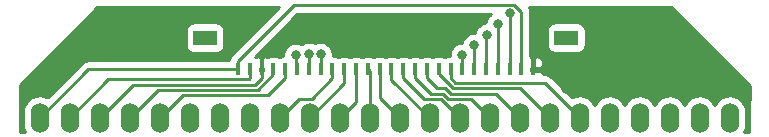
<source format=gbl>
G04 #@! TF.GenerationSoftware,KiCad,Pcbnew,(5.1.10)-1*
G04 #@! TF.CreationDate,2021-10-24T19:11:05-07:00*
G04 #@! TF.ProjectId,Atari130MX-adapter,41746172-6931-4333-904d-582d61646170,rev?*
G04 #@! TF.SameCoordinates,Original*
G04 #@! TF.FileFunction,Copper,L2,Bot*
G04 #@! TF.FilePolarity,Positive*
%FSLAX46Y46*%
G04 Gerber Fmt 4.6, Leading zero omitted, Abs format (unit mm)*
G04 Created by KiCad (PCBNEW (5.1.10)-1) date 2021-10-24 19:11:05*
%MOMM*%
%LPD*%
G01*
G04 APERTURE LIST*
G04 #@! TA.AperFunction,ComponentPad*
%ADD10O,1.524000X2.540000*%
G04 #@! TD*
G04 #@! TA.AperFunction,SMDPad,CuDef*
%ADD11R,0.400000X1.000000*%
G04 #@! TD*
G04 #@! TA.AperFunction,SMDPad,CuDef*
%ADD12R,2.000000X1.300000*%
G04 #@! TD*
G04 #@! TA.AperFunction,ViaPad*
%ADD13C,0.800000*%
G04 #@! TD*
G04 #@! TA.AperFunction,Conductor*
%ADD14C,0.250000*%
G04 #@! TD*
G04 #@! TA.AperFunction,Conductor*
%ADD15C,0.254000*%
G04 #@! TD*
G04 #@! TA.AperFunction,Conductor*
%ADD16C,0.100000*%
G04 #@! TD*
G04 APERTURE END LIST*
D10*
X159324040Y-63014860D03*
X156784040Y-63014860D03*
X154244040Y-63014860D03*
X151704040Y-63014860D03*
X149164040Y-63014860D03*
X146624040Y-63014860D03*
X144084040Y-63014860D03*
X141544040Y-63014860D03*
X139004040Y-63014860D03*
X136464040Y-63014860D03*
X133924040Y-63014860D03*
X131384040Y-63014860D03*
X128844040Y-63014860D03*
X126304040Y-63014860D03*
X123764040Y-63014860D03*
X121224040Y-63014860D03*
X118684040Y-63014860D03*
X116144040Y-63014860D03*
X113604040Y-63014860D03*
X111064040Y-63014860D03*
X108524040Y-63014860D03*
X105984040Y-63014860D03*
X103444040Y-63014860D03*
X100904040Y-63014860D03*
D11*
X142687700Y-58910000D03*
X141687700Y-58910000D03*
X140687700Y-58910000D03*
X139687700Y-58910000D03*
X138687700Y-58910000D03*
X137687700Y-58910000D03*
X136687700Y-58910000D03*
X135687700Y-58910000D03*
X134687700Y-58910000D03*
X133687700Y-58910000D03*
X132687700Y-58910000D03*
X131687700Y-58910000D03*
X130687700Y-58910000D03*
X129687700Y-58910000D03*
X128687700Y-58910000D03*
X127687700Y-58910000D03*
X126687700Y-58910000D03*
X125687700Y-58910000D03*
X124687700Y-58910000D03*
X123687700Y-58910000D03*
X122687700Y-58910000D03*
X121687700Y-58910000D03*
X120687700Y-58910000D03*
X119687700Y-58910000D03*
X118687700Y-58910000D03*
X117687700Y-58910000D03*
D12*
X145487700Y-56210000D03*
X114887700Y-56210000D03*
D13*
X140730000Y-54170000D03*
X139670000Y-55080000D03*
X138750000Y-56000000D03*
X137690000Y-56860000D03*
X136670000Y-57670000D03*
X124680003Y-57620000D03*
X123680000Y-57620000D03*
X122570000Y-57670000D03*
X145440000Y-60590000D03*
X107200000Y-56560000D03*
X159280000Y-60370000D03*
D14*
X140687700Y-58910000D02*
X140687700Y-54212300D01*
X140687700Y-54212300D02*
X140730000Y-54170000D01*
X139687700Y-58910000D02*
X139687700Y-55097700D01*
X139687700Y-55097700D02*
X139670000Y-55080000D01*
X138687700Y-58910000D02*
X138687700Y-56062300D01*
X138687700Y-56062300D02*
X138750000Y-56000000D01*
X137687700Y-58910000D02*
X137687700Y-56862300D01*
X137687700Y-56862300D02*
X137690000Y-56860000D01*
X136687700Y-58910000D02*
X136687700Y-57687700D01*
X136687700Y-57687700D02*
X136670000Y-57670000D01*
X143679000Y-60069820D02*
X136097520Y-60069820D01*
X135687700Y-59660000D02*
X135687700Y-58910000D01*
X136097520Y-60069820D02*
X135687700Y-59660000D01*
X146624040Y-63014860D02*
X143679000Y-60069820D01*
X135878240Y-60519830D02*
X134687700Y-59329290D01*
X141589010Y-60519830D02*
X135878240Y-60519830D01*
X144084040Y-63014860D02*
X141589010Y-60519830D01*
X134687700Y-59329290D02*
X134687700Y-58910000D01*
X133687700Y-59660000D02*
X133687700Y-58910000D01*
X139499020Y-60969840D02*
X135691840Y-60969840D01*
X135241830Y-60519830D02*
X134547530Y-60519830D01*
X134547530Y-60519830D02*
X133687700Y-59660000D01*
X135691840Y-60969840D02*
X135241830Y-60519830D01*
X141544040Y-63014860D02*
X139499020Y-60969840D01*
X135055430Y-60969840D02*
X133997540Y-60969840D01*
X137409030Y-61419850D02*
X135505440Y-61419850D01*
X135505440Y-61419850D02*
X135055430Y-60969840D01*
X133997540Y-60969840D02*
X132687700Y-59660000D01*
X132687700Y-59660000D02*
X132687700Y-58910000D01*
X139004040Y-63014860D02*
X137409030Y-61419850D01*
X134869030Y-61419850D02*
X133447550Y-61419850D01*
X133447550Y-61419850D02*
X131687700Y-59660000D01*
X136464040Y-63014860D02*
X134869030Y-61419850D01*
X131687700Y-59660000D02*
X131687700Y-58910000D01*
X133924040Y-63014860D02*
X130687700Y-59778520D01*
X130687700Y-59778520D02*
X130687700Y-58910000D01*
X129687700Y-61318520D02*
X129687700Y-58910000D01*
X131384040Y-63014860D02*
X129687700Y-61318520D01*
X128844040Y-63014860D02*
X128844040Y-59066340D01*
X128844040Y-59066340D02*
X128687700Y-58910000D01*
X126304040Y-63014860D02*
X127687700Y-61631200D01*
X127687700Y-61631200D02*
X127687700Y-58910000D01*
X126687700Y-60091200D02*
X126687700Y-58910000D01*
X123764040Y-63014860D02*
X126687700Y-60091200D01*
X122819050Y-61419850D02*
X123927850Y-61419850D01*
X125687700Y-59660000D02*
X125687700Y-58910000D01*
X121224040Y-63014860D02*
X122819050Y-61419850D01*
X123927850Y-61419850D02*
X125687700Y-59660000D01*
X124680003Y-57620000D02*
X124680003Y-58902303D01*
X124680003Y-58902303D02*
X124687700Y-58910000D01*
X123680000Y-58902300D02*
X123687700Y-58910000D01*
X123680000Y-57620000D02*
X123680000Y-58902300D01*
X122570000Y-58792300D02*
X122687700Y-58910000D01*
X122570000Y-57670000D02*
X122570000Y-58792300D01*
X120262669Y-61085031D02*
X112993869Y-61085031D01*
X121687700Y-58910000D02*
X121687700Y-59660000D01*
X121687700Y-59660000D02*
X120262669Y-61085031D01*
X112993869Y-61085031D02*
X111064040Y-63014860D01*
X119349089Y-60635021D02*
X110903879Y-60635021D01*
X110903879Y-60635021D02*
X108524040Y-63014860D01*
X120687700Y-58910000D02*
X120687700Y-59296410D01*
X120687700Y-59296410D02*
X119349089Y-60635021D01*
X106723899Y-59735001D02*
X103444040Y-63014860D01*
X118687700Y-58910000D02*
X118687700Y-59660000D01*
X118687700Y-59660000D02*
X118612699Y-59735001D01*
X118612699Y-59735001D02*
X106723899Y-59735001D01*
X117687700Y-58910000D02*
X105008900Y-58910000D01*
X105008900Y-58910000D02*
X100904040Y-63014860D01*
X141687700Y-58910000D02*
X141687700Y-54054698D01*
X117687700Y-58160000D02*
X117687700Y-58910000D01*
X141687700Y-54054698D02*
X141078001Y-53444999D01*
X141078001Y-53444999D02*
X122402701Y-53444999D01*
X122402701Y-53444999D02*
X117687700Y-58160000D01*
X119687700Y-59660000D02*
X119162689Y-60185011D01*
X119162689Y-60185011D02*
X108813889Y-60185011D01*
X119687700Y-58910000D02*
X119687700Y-59660000D01*
X108813889Y-60185011D02*
X105984040Y-63014860D01*
D15*
X117176703Y-57596196D02*
X117147699Y-57619999D01*
X117106665Y-57670000D01*
X117052726Y-57735724D01*
X117008222Y-57818985D01*
X116982154Y-57867754D01*
X116938697Y-58011015D01*
X116929154Y-58107907D01*
X116906654Y-58150000D01*
X105046225Y-58150000D01*
X105008900Y-58146324D01*
X104971575Y-58150000D01*
X104971567Y-58150000D01*
X104859914Y-58160997D01*
X104716653Y-58204454D01*
X104584624Y-58275026D01*
X104468899Y-58369999D01*
X104445101Y-58398997D01*
X101566948Y-61277151D01*
X101441234Y-61209956D01*
X101177899Y-61130074D01*
X100904040Y-61103101D01*
X100630180Y-61130074D01*
X100366845Y-61209956D01*
X100124153Y-61339677D01*
X99911432Y-61514253D01*
X99736857Y-61726974D01*
X99607136Y-61969666D01*
X99527254Y-62233001D01*
X99507040Y-62438236D01*
X99507040Y-63591485D01*
X99527254Y-63796720D01*
X99607136Y-64060055D01*
X99695226Y-64224860D01*
X99259040Y-64224860D01*
X99259040Y-61710725D01*
X99248983Y-61608616D01*
X99223548Y-61524769D01*
X99220611Y-60212769D01*
X103873380Y-55560000D01*
X113249628Y-55560000D01*
X113249628Y-56860000D01*
X113261888Y-56984482D01*
X113298198Y-57104180D01*
X113357163Y-57214494D01*
X113436515Y-57311185D01*
X113533206Y-57390537D01*
X113643520Y-57449502D01*
X113763218Y-57485812D01*
X113887700Y-57498072D01*
X115887700Y-57498072D01*
X116012182Y-57485812D01*
X116131880Y-57449502D01*
X116242194Y-57390537D01*
X116338885Y-57311185D01*
X116418237Y-57214494D01*
X116477202Y-57104180D01*
X116513512Y-56984482D01*
X116525772Y-56860000D01*
X116525772Y-55560000D01*
X116513512Y-55435518D01*
X116477202Y-55315820D01*
X116418237Y-55205506D01*
X116338885Y-55108815D01*
X116242194Y-55029463D01*
X116131880Y-54970498D01*
X116012182Y-54934188D01*
X115887700Y-54921928D01*
X113887700Y-54921928D01*
X113763218Y-54934188D01*
X113643520Y-54970498D01*
X113533206Y-55029463D01*
X113436515Y-55108815D01*
X113357163Y-55205506D01*
X113298198Y-55315820D01*
X113261888Y-55435518D01*
X113249628Y-55560000D01*
X103873380Y-55560000D01*
X105793381Y-53640000D01*
X121132898Y-53640000D01*
X117176703Y-57596196D01*
G04 #@! TA.AperFunction,Conductor*
D16*
G36*
X117176703Y-57596196D02*
G01*
X117147699Y-57619999D01*
X117106665Y-57670000D01*
X117052726Y-57735724D01*
X117008222Y-57818985D01*
X116982154Y-57867754D01*
X116938697Y-58011015D01*
X116929154Y-58107907D01*
X116906654Y-58150000D01*
X105046225Y-58150000D01*
X105008900Y-58146324D01*
X104971575Y-58150000D01*
X104971567Y-58150000D01*
X104859914Y-58160997D01*
X104716653Y-58204454D01*
X104584624Y-58275026D01*
X104468899Y-58369999D01*
X104445101Y-58398997D01*
X101566948Y-61277151D01*
X101441234Y-61209956D01*
X101177899Y-61130074D01*
X100904040Y-61103101D01*
X100630180Y-61130074D01*
X100366845Y-61209956D01*
X100124153Y-61339677D01*
X99911432Y-61514253D01*
X99736857Y-61726974D01*
X99607136Y-61969666D01*
X99527254Y-62233001D01*
X99507040Y-62438236D01*
X99507040Y-63591485D01*
X99527254Y-63796720D01*
X99607136Y-64060055D01*
X99695226Y-64224860D01*
X99259040Y-64224860D01*
X99259040Y-61710725D01*
X99248983Y-61608616D01*
X99223548Y-61524769D01*
X99220611Y-60212769D01*
X103873380Y-55560000D01*
X113249628Y-55560000D01*
X113249628Y-56860000D01*
X113261888Y-56984482D01*
X113298198Y-57104180D01*
X113357163Y-57214494D01*
X113436515Y-57311185D01*
X113533206Y-57390537D01*
X113643520Y-57449502D01*
X113763218Y-57485812D01*
X113887700Y-57498072D01*
X115887700Y-57498072D01*
X116012182Y-57485812D01*
X116131880Y-57449502D01*
X116242194Y-57390537D01*
X116338885Y-57311185D01*
X116418237Y-57214494D01*
X116477202Y-57104180D01*
X116513512Y-56984482D01*
X116525772Y-56860000D01*
X116525772Y-55560000D01*
X116513512Y-55435518D01*
X116477202Y-55315820D01*
X116418237Y-55205506D01*
X116338885Y-55108815D01*
X116242194Y-55029463D01*
X116131880Y-54970498D01*
X116012182Y-54934188D01*
X115887700Y-54921928D01*
X113887700Y-54921928D01*
X113763218Y-54934188D01*
X113643520Y-54970498D01*
X113533206Y-55029463D01*
X113436515Y-55108815D01*
X113357163Y-55205506D01*
X113298198Y-55315820D01*
X113261888Y-55435518D01*
X113249628Y-55560000D01*
X103873380Y-55560000D01*
X105793381Y-53640000D01*
X121132898Y-53640000D01*
X117176703Y-57596196D01*
G37*
G04 #@! TD.AperFunction*
D15*
X161000648Y-60314029D02*
X161003525Y-61528092D01*
X160979098Y-61608616D01*
X160969041Y-61710725D01*
X160969040Y-64224860D01*
X160532854Y-64224860D01*
X160620944Y-64060055D01*
X160700826Y-63796720D01*
X160721040Y-63591485D01*
X160721040Y-62438235D01*
X160700826Y-62233000D01*
X160620944Y-61969665D01*
X160491223Y-61726973D01*
X160316647Y-61514252D01*
X160103926Y-61339677D01*
X159861234Y-61209956D01*
X159597899Y-61130074D01*
X159324040Y-61103101D01*
X159050180Y-61130074D01*
X158786845Y-61209956D01*
X158544153Y-61339677D01*
X158331432Y-61514253D01*
X158156857Y-61726974D01*
X158054040Y-61919331D01*
X157951223Y-61726973D01*
X157776647Y-61514252D01*
X157563926Y-61339677D01*
X157321234Y-61209956D01*
X157057899Y-61130074D01*
X156784040Y-61103101D01*
X156510180Y-61130074D01*
X156246845Y-61209956D01*
X156004153Y-61339677D01*
X155791432Y-61514253D01*
X155616857Y-61726974D01*
X155514040Y-61919331D01*
X155411223Y-61726973D01*
X155236647Y-61514252D01*
X155023926Y-61339677D01*
X154781234Y-61209956D01*
X154517899Y-61130074D01*
X154244040Y-61103101D01*
X153970180Y-61130074D01*
X153706845Y-61209956D01*
X153464153Y-61339677D01*
X153251432Y-61514253D01*
X153076857Y-61726974D01*
X152974040Y-61919331D01*
X152871223Y-61726973D01*
X152696647Y-61514252D01*
X152483926Y-61339677D01*
X152241234Y-61209956D01*
X151977899Y-61130074D01*
X151704040Y-61103101D01*
X151430180Y-61130074D01*
X151166845Y-61209956D01*
X150924153Y-61339677D01*
X150711432Y-61514253D01*
X150536857Y-61726974D01*
X150434040Y-61919331D01*
X150331223Y-61726973D01*
X150156647Y-61514252D01*
X149943926Y-61339677D01*
X149701234Y-61209956D01*
X149437899Y-61130074D01*
X149164040Y-61103101D01*
X148890180Y-61130074D01*
X148626845Y-61209956D01*
X148384153Y-61339677D01*
X148171432Y-61514253D01*
X147996857Y-61726974D01*
X147894040Y-61919331D01*
X147791223Y-61726973D01*
X147616647Y-61514252D01*
X147403926Y-61339677D01*
X147161234Y-61209956D01*
X146897899Y-61130074D01*
X146624040Y-61103101D01*
X146350180Y-61130074D01*
X146086845Y-61209956D01*
X145961132Y-61277151D01*
X144242804Y-59558823D01*
X144219001Y-59529819D01*
X144103276Y-59434846D01*
X143971247Y-59364274D01*
X143827986Y-59320817D01*
X143716333Y-59309820D01*
X143716322Y-59309820D01*
X143679000Y-59306144D01*
X143641678Y-59309820D01*
X143524368Y-59309820D01*
X143522700Y-59195750D01*
X143363950Y-59037000D01*
X142760700Y-59037000D01*
X142760700Y-59057000D01*
X142614700Y-59057000D01*
X142614700Y-59037000D01*
X142540700Y-59037000D01*
X142540700Y-58783000D01*
X142614700Y-58783000D01*
X142614700Y-57933750D01*
X142760700Y-57933750D01*
X142760700Y-58783000D01*
X143363950Y-58783000D01*
X143522700Y-58624250D01*
X143525652Y-58422388D01*
X143515811Y-58297692D01*
X143481831Y-58177312D01*
X143425020Y-58065874D01*
X143347560Y-57967660D01*
X143252428Y-57886445D01*
X143143279Y-57825350D01*
X143024309Y-57786723D01*
X142919450Y-57775000D01*
X142760700Y-57933750D01*
X142614700Y-57933750D01*
X142455950Y-57775000D01*
X142447700Y-57775922D01*
X142447700Y-55560000D01*
X143849628Y-55560000D01*
X143849628Y-56860000D01*
X143861888Y-56984482D01*
X143898198Y-57104180D01*
X143957163Y-57214494D01*
X144036515Y-57311185D01*
X144133206Y-57390537D01*
X144243520Y-57449502D01*
X144363218Y-57485812D01*
X144487700Y-57498072D01*
X146487700Y-57498072D01*
X146612182Y-57485812D01*
X146731880Y-57449502D01*
X146842194Y-57390537D01*
X146938885Y-57311185D01*
X147018237Y-57214494D01*
X147077202Y-57104180D01*
X147113512Y-56984482D01*
X147125772Y-56860000D01*
X147125772Y-55560000D01*
X147113512Y-55435518D01*
X147077202Y-55315820D01*
X147018237Y-55205506D01*
X146938885Y-55108815D01*
X146842194Y-55029463D01*
X146731880Y-54970498D01*
X146612182Y-54934188D01*
X146487700Y-54921928D01*
X144487700Y-54921928D01*
X144363218Y-54934188D01*
X144243520Y-54970498D01*
X144133206Y-55029463D01*
X144036515Y-55108815D01*
X143957163Y-55205506D01*
X143898198Y-55315820D01*
X143861888Y-55435518D01*
X143849628Y-55560000D01*
X142447700Y-55560000D01*
X142447700Y-54092031D01*
X142451377Y-54054698D01*
X142436703Y-53905712D01*
X142393246Y-53762451D01*
X142327794Y-53640000D01*
X154326620Y-53640000D01*
X161000648Y-60314029D01*
G04 #@! TA.AperFunction,Conductor*
D16*
G36*
X161000648Y-60314029D02*
G01*
X161003525Y-61528092D01*
X160979098Y-61608616D01*
X160969041Y-61710725D01*
X160969040Y-64224860D01*
X160532854Y-64224860D01*
X160620944Y-64060055D01*
X160700826Y-63796720D01*
X160721040Y-63591485D01*
X160721040Y-62438235D01*
X160700826Y-62233000D01*
X160620944Y-61969665D01*
X160491223Y-61726973D01*
X160316647Y-61514252D01*
X160103926Y-61339677D01*
X159861234Y-61209956D01*
X159597899Y-61130074D01*
X159324040Y-61103101D01*
X159050180Y-61130074D01*
X158786845Y-61209956D01*
X158544153Y-61339677D01*
X158331432Y-61514253D01*
X158156857Y-61726974D01*
X158054040Y-61919331D01*
X157951223Y-61726973D01*
X157776647Y-61514252D01*
X157563926Y-61339677D01*
X157321234Y-61209956D01*
X157057899Y-61130074D01*
X156784040Y-61103101D01*
X156510180Y-61130074D01*
X156246845Y-61209956D01*
X156004153Y-61339677D01*
X155791432Y-61514253D01*
X155616857Y-61726974D01*
X155514040Y-61919331D01*
X155411223Y-61726973D01*
X155236647Y-61514252D01*
X155023926Y-61339677D01*
X154781234Y-61209956D01*
X154517899Y-61130074D01*
X154244040Y-61103101D01*
X153970180Y-61130074D01*
X153706845Y-61209956D01*
X153464153Y-61339677D01*
X153251432Y-61514253D01*
X153076857Y-61726974D01*
X152974040Y-61919331D01*
X152871223Y-61726973D01*
X152696647Y-61514252D01*
X152483926Y-61339677D01*
X152241234Y-61209956D01*
X151977899Y-61130074D01*
X151704040Y-61103101D01*
X151430180Y-61130074D01*
X151166845Y-61209956D01*
X150924153Y-61339677D01*
X150711432Y-61514253D01*
X150536857Y-61726974D01*
X150434040Y-61919331D01*
X150331223Y-61726973D01*
X150156647Y-61514252D01*
X149943926Y-61339677D01*
X149701234Y-61209956D01*
X149437899Y-61130074D01*
X149164040Y-61103101D01*
X148890180Y-61130074D01*
X148626845Y-61209956D01*
X148384153Y-61339677D01*
X148171432Y-61514253D01*
X147996857Y-61726974D01*
X147894040Y-61919331D01*
X147791223Y-61726973D01*
X147616647Y-61514252D01*
X147403926Y-61339677D01*
X147161234Y-61209956D01*
X146897899Y-61130074D01*
X146624040Y-61103101D01*
X146350180Y-61130074D01*
X146086845Y-61209956D01*
X145961132Y-61277151D01*
X144242804Y-59558823D01*
X144219001Y-59529819D01*
X144103276Y-59434846D01*
X143971247Y-59364274D01*
X143827986Y-59320817D01*
X143716333Y-59309820D01*
X143716322Y-59309820D01*
X143679000Y-59306144D01*
X143641678Y-59309820D01*
X143524368Y-59309820D01*
X143522700Y-59195750D01*
X143363950Y-59037000D01*
X142760700Y-59037000D01*
X142760700Y-59057000D01*
X142614700Y-59057000D01*
X142614700Y-59037000D01*
X142540700Y-59037000D01*
X142540700Y-58783000D01*
X142614700Y-58783000D01*
X142614700Y-57933750D01*
X142760700Y-57933750D01*
X142760700Y-58783000D01*
X143363950Y-58783000D01*
X143522700Y-58624250D01*
X143525652Y-58422388D01*
X143515811Y-58297692D01*
X143481831Y-58177312D01*
X143425020Y-58065874D01*
X143347560Y-57967660D01*
X143252428Y-57886445D01*
X143143279Y-57825350D01*
X143024309Y-57786723D01*
X142919450Y-57775000D01*
X142760700Y-57933750D01*
X142614700Y-57933750D01*
X142455950Y-57775000D01*
X142447700Y-57775922D01*
X142447700Y-55560000D01*
X143849628Y-55560000D01*
X143849628Y-56860000D01*
X143861888Y-56984482D01*
X143898198Y-57104180D01*
X143957163Y-57214494D01*
X144036515Y-57311185D01*
X144133206Y-57390537D01*
X144243520Y-57449502D01*
X144363218Y-57485812D01*
X144487700Y-57498072D01*
X146487700Y-57498072D01*
X146612182Y-57485812D01*
X146731880Y-57449502D01*
X146842194Y-57390537D01*
X146938885Y-57311185D01*
X147018237Y-57214494D01*
X147077202Y-57104180D01*
X147113512Y-56984482D01*
X147125772Y-56860000D01*
X147125772Y-55560000D01*
X147113512Y-55435518D01*
X147077202Y-55315820D01*
X147018237Y-55205506D01*
X146938885Y-55108815D01*
X146842194Y-55029463D01*
X146731880Y-54970498D01*
X146612182Y-54934188D01*
X146487700Y-54921928D01*
X144487700Y-54921928D01*
X144363218Y-54934188D01*
X144243520Y-54970498D01*
X144133206Y-55029463D01*
X144036515Y-55108815D01*
X143957163Y-55205506D01*
X143898198Y-55315820D01*
X143861888Y-55435518D01*
X143849628Y-55560000D01*
X142447700Y-55560000D01*
X142447700Y-54092031D01*
X142451377Y-54054698D01*
X142436703Y-53905712D01*
X142393246Y-53762451D01*
X142327794Y-53640000D01*
X154326620Y-53640000D01*
X161000648Y-60314029D01*
G37*
G04 #@! TD.AperFunction*
D15*
X106111040Y-62887860D02*
X106131040Y-62887860D01*
X106131040Y-63141860D01*
X106111040Y-63141860D01*
X106111040Y-63161860D01*
X105857040Y-63161860D01*
X105857040Y-63141860D01*
X105837040Y-63141860D01*
X105837040Y-62887860D01*
X105857040Y-62887860D01*
X105857040Y-62867860D01*
X106111040Y-62867860D01*
X106111040Y-62887860D01*
G04 #@! TA.AperFunction,Conductor*
D16*
G36*
X106111040Y-62887860D02*
G01*
X106131040Y-62887860D01*
X106131040Y-63141860D01*
X106111040Y-63141860D01*
X106111040Y-63161860D01*
X105857040Y-63161860D01*
X105857040Y-63141860D01*
X105837040Y-63141860D01*
X105837040Y-62887860D01*
X105857040Y-62887860D01*
X105857040Y-62867860D01*
X106111040Y-62867860D01*
X106111040Y-62887860D01*
G37*
G04 #@! TD.AperFunction*
D15*
X139010226Y-54276063D02*
X138866063Y-54420226D01*
X138752795Y-54589744D01*
X138674774Y-54778102D01*
X138637167Y-54967167D01*
X138448102Y-55004774D01*
X138259744Y-55082795D01*
X138090226Y-55196063D01*
X137946063Y-55340226D01*
X137832795Y-55509744D01*
X137754774Y-55698102D01*
X137729533Y-55825000D01*
X137588061Y-55825000D01*
X137388102Y-55864774D01*
X137199744Y-55942795D01*
X137030226Y-56056063D01*
X136886063Y-56200226D01*
X136772795Y-56369744D01*
X136694774Y-56558102D01*
X136679478Y-56635000D01*
X136568061Y-56635000D01*
X136368102Y-56674774D01*
X136179744Y-56752795D01*
X136010226Y-56866063D01*
X135866063Y-57010226D01*
X135752795Y-57179744D01*
X135674774Y-57368102D01*
X135635000Y-57568061D01*
X135635000Y-57771928D01*
X135487700Y-57771928D01*
X135363218Y-57784188D01*
X135243520Y-57820498D01*
X135187700Y-57850335D01*
X135131880Y-57820498D01*
X135012182Y-57784188D01*
X134887700Y-57771928D01*
X134487700Y-57771928D01*
X134363218Y-57784188D01*
X134243520Y-57820498D01*
X134187700Y-57850335D01*
X134131880Y-57820498D01*
X134012182Y-57784188D01*
X133887700Y-57771928D01*
X133487700Y-57771928D01*
X133363218Y-57784188D01*
X133243520Y-57820498D01*
X133187700Y-57850335D01*
X133131880Y-57820498D01*
X133012182Y-57784188D01*
X132887700Y-57771928D01*
X132487700Y-57771928D01*
X132363218Y-57784188D01*
X132243520Y-57820498D01*
X132187700Y-57850335D01*
X132131880Y-57820498D01*
X132012182Y-57784188D01*
X131887700Y-57771928D01*
X131487700Y-57771928D01*
X131363218Y-57784188D01*
X131243520Y-57820498D01*
X131187700Y-57850335D01*
X131131880Y-57820498D01*
X131012182Y-57784188D01*
X130887700Y-57771928D01*
X130487700Y-57771928D01*
X130363218Y-57784188D01*
X130243520Y-57820498D01*
X130187700Y-57850335D01*
X130131880Y-57820498D01*
X130012182Y-57784188D01*
X129887700Y-57771928D01*
X129487700Y-57771928D01*
X129363218Y-57784188D01*
X129243520Y-57820498D01*
X129187700Y-57850335D01*
X129131880Y-57820498D01*
X129012182Y-57784188D01*
X128887700Y-57771928D01*
X128487700Y-57771928D01*
X128363218Y-57784188D01*
X128243520Y-57820498D01*
X128187700Y-57850335D01*
X128131880Y-57820498D01*
X128012182Y-57784188D01*
X127887700Y-57771928D01*
X127487700Y-57771928D01*
X127363218Y-57784188D01*
X127243520Y-57820498D01*
X127187700Y-57850335D01*
X127131880Y-57820498D01*
X127012182Y-57784188D01*
X126887700Y-57771928D01*
X126487700Y-57771928D01*
X126363218Y-57784188D01*
X126243520Y-57820498D01*
X126187700Y-57850335D01*
X126131880Y-57820498D01*
X126012182Y-57784188D01*
X125887700Y-57771928D01*
X125705060Y-57771928D01*
X125715003Y-57721939D01*
X125715003Y-57518061D01*
X125675229Y-57318102D01*
X125597208Y-57129744D01*
X125483940Y-56960226D01*
X125339777Y-56816063D01*
X125170259Y-56702795D01*
X124981901Y-56624774D01*
X124781942Y-56585000D01*
X124578064Y-56585000D01*
X124378105Y-56624774D01*
X124189747Y-56702795D01*
X124180002Y-56709307D01*
X124170256Y-56702795D01*
X123981898Y-56624774D01*
X123781939Y-56585000D01*
X123578061Y-56585000D01*
X123378102Y-56624774D01*
X123189744Y-56702795D01*
X123087585Y-56771055D01*
X123060256Y-56752795D01*
X122871898Y-56674774D01*
X122671939Y-56635000D01*
X122468061Y-56635000D01*
X122268102Y-56674774D01*
X122079744Y-56752795D01*
X121910226Y-56866063D01*
X121766063Y-57010226D01*
X121652795Y-57179744D01*
X121574774Y-57368102D01*
X121535000Y-57568061D01*
X121535000Y-57771928D01*
X121487700Y-57771928D01*
X121363218Y-57784188D01*
X121243520Y-57820498D01*
X121187700Y-57850335D01*
X121131880Y-57820498D01*
X121012182Y-57784188D01*
X120887700Y-57771928D01*
X120487700Y-57771928D01*
X120363218Y-57784188D01*
X120243520Y-57820498D01*
X120187810Y-57850276D01*
X120143279Y-57825350D01*
X120024309Y-57786723D01*
X119919450Y-57775000D01*
X119760700Y-57933750D01*
X119760700Y-58783000D01*
X119834700Y-58783000D01*
X119834700Y-59037000D01*
X119760700Y-59037000D01*
X119760700Y-59057000D01*
X119614700Y-59057000D01*
X119614700Y-59037000D01*
X119540700Y-59037000D01*
X119540700Y-58783000D01*
X119614700Y-58783000D01*
X119614700Y-57933750D01*
X119455950Y-57775000D01*
X119351091Y-57786723D01*
X119232121Y-57825350D01*
X119187590Y-57850276D01*
X119131880Y-57820498D01*
X119108957Y-57813544D01*
X122717503Y-54204999D01*
X139116581Y-54204999D01*
X139010226Y-54276063D01*
G04 #@! TA.AperFunction,Conductor*
D16*
G36*
X139010226Y-54276063D02*
G01*
X138866063Y-54420226D01*
X138752795Y-54589744D01*
X138674774Y-54778102D01*
X138637167Y-54967167D01*
X138448102Y-55004774D01*
X138259744Y-55082795D01*
X138090226Y-55196063D01*
X137946063Y-55340226D01*
X137832795Y-55509744D01*
X137754774Y-55698102D01*
X137729533Y-55825000D01*
X137588061Y-55825000D01*
X137388102Y-55864774D01*
X137199744Y-55942795D01*
X137030226Y-56056063D01*
X136886063Y-56200226D01*
X136772795Y-56369744D01*
X136694774Y-56558102D01*
X136679478Y-56635000D01*
X136568061Y-56635000D01*
X136368102Y-56674774D01*
X136179744Y-56752795D01*
X136010226Y-56866063D01*
X135866063Y-57010226D01*
X135752795Y-57179744D01*
X135674774Y-57368102D01*
X135635000Y-57568061D01*
X135635000Y-57771928D01*
X135487700Y-57771928D01*
X135363218Y-57784188D01*
X135243520Y-57820498D01*
X135187700Y-57850335D01*
X135131880Y-57820498D01*
X135012182Y-57784188D01*
X134887700Y-57771928D01*
X134487700Y-57771928D01*
X134363218Y-57784188D01*
X134243520Y-57820498D01*
X134187700Y-57850335D01*
X134131880Y-57820498D01*
X134012182Y-57784188D01*
X133887700Y-57771928D01*
X133487700Y-57771928D01*
X133363218Y-57784188D01*
X133243520Y-57820498D01*
X133187700Y-57850335D01*
X133131880Y-57820498D01*
X133012182Y-57784188D01*
X132887700Y-57771928D01*
X132487700Y-57771928D01*
X132363218Y-57784188D01*
X132243520Y-57820498D01*
X132187700Y-57850335D01*
X132131880Y-57820498D01*
X132012182Y-57784188D01*
X131887700Y-57771928D01*
X131487700Y-57771928D01*
X131363218Y-57784188D01*
X131243520Y-57820498D01*
X131187700Y-57850335D01*
X131131880Y-57820498D01*
X131012182Y-57784188D01*
X130887700Y-57771928D01*
X130487700Y-57771928D01*
X130363218Y-57784188D01*
X130243520Y-57820498D01*
X130187700Y-57850335D01*
X130131880Y-57820498D01*
X130012182Y-57784188D01*
X129887700Y-57771928D01*
X129487700Y-57771928D01*
X129363218Y-57784188D01*
X129243520Y-57820498D01*
X129187700Y-57850335D01*
X129131880Y-57820498D01*
X129012182Y-57784188D01*
X128887700Y-57771928D01*
X128487700Y-57771928D01*
X128363218Y-57784188D01*
X128243520Y-57820498D01*
X128187700Y-57850335D01*
X128131880Y-57820498D01*
X128012182Y-57784188D01*
X127887700Y-57771928D01*
X127487700Y-57771928D01*
X127363218Y-57784188D01*
X127243520Y-57820498D01*
X127187700Y-57850335D01*
X127131880Y-57820498D01*
X127012182Y-57784188D01*
X126887700Y-57771928D01*
X126487700Y-57771928D01*
X126363218Y-57784188D01*
X126243520Y-57820498D01*
X126187700Y-57850335D01*
X126131880Y-57820498D01*
X126012182Y-57784188D01*
X125887700Y-57771928D01*
X125705060Y-57771928D01*
X125715003Y-57721939D01*
X125715003Y-57518061D01*
X125675229Y-57318102D01*
X125597208Y-57129744D01*
X125483940Y-56960226D01*
X125339777Y-56816063D01*
X125170259Y-56702795D01*
X124981901Y-56624774D01*
X124781942Y-56585000D01*
X124578064Y-56585000D01*
X124378105Y-56624774D01*
X124189747Y-56702795D01*
X124180002Y-56709307D01*
X124170256Y-56702795D01*
X123981898Y-56624774D01*
X123781939Y-56585000D01*
X123578061Y-56585000D01*
X123378102Y-56624774D01*
X123189744Y-56702795D01*
X123087585Y-56771055D01*
X123060256Y-56752795D01*
X122871898Y-56674774D01*
X122671939Y-56635000D01*
X122468061Y-56635000D01*
X122268102Y-56674774D01*
X122079744Y-56752795D01*
X121910226Y-56866063D01*
X121766063Y-57010226D01*
X121652795Y-57179744D01*
X121574774Y-57368102D01*
X121535000Y-57568061D01*
X121535000Y-57771928D01*
X121487700Y-57771928D01*
X121363218Y-57784188D01*
X121243520Y-57820498D01*
X121187700Y-57850335D01*
X121131880Y-57820498D01*
X121012182Y-57784188D01*
X120887700Y-57771928D01*
X120487700Y-57771928D01*
X120363218Y-57784188D01*
X120243520Y-57820498D01*
X120187810Y-57850276D01*
X120143279Y-57825350D01*
X120024309Y-57786723D01*
X119919450Y-57775000D01*
X119760700Y-57933750D01*
X119760700Y-58783000D01*
X119834700Y-58783000D01*
X119834700Y-59037000D01*
X119760700Y-59037000D01*
X119760700Y-59057000D01*
X119614700Y-59057000D01*
X119614700Y-59037000D01*
X119540700Y-59037000D01*
X119540700Y-58783000D01*
X119614700Y-58783000D01*
X119614700Y-57933750D01*
X119455950Y-57775000D01*
X119351091Y-57786723D01*
X119232121Y-57825350D01*
X119187590Y-57850276D01*
X119131880Y-57820498D01*
X119108957Y-57813544D01*
X122717503Y-54204999D01*
X139116581Y-54204999D01*
X139010226Y-54276063D01*
G37*
G04 #@! TD.AperFunction*
M02*

</source>
